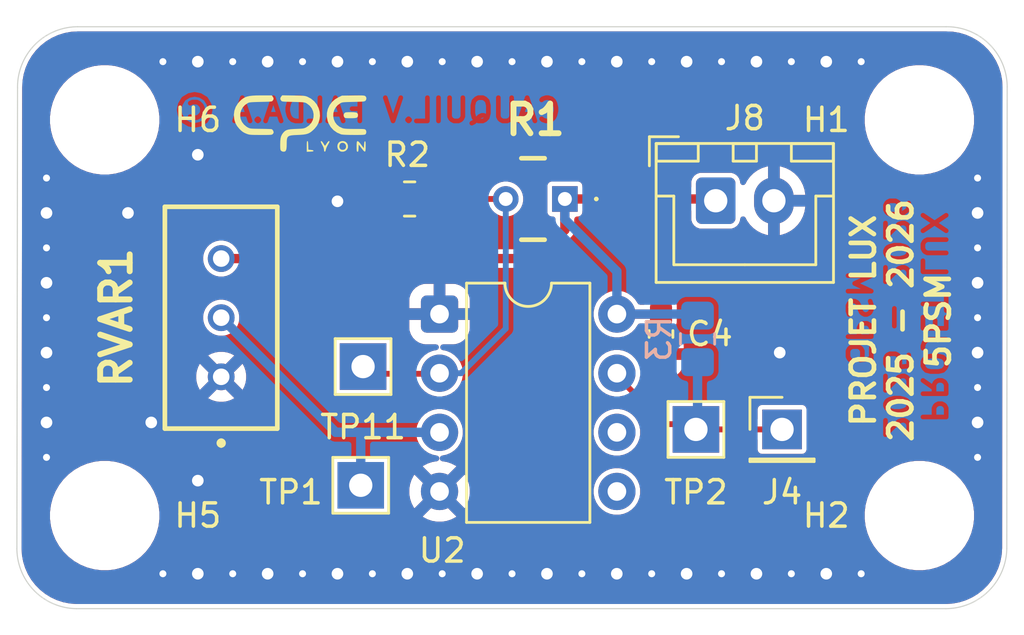
<source format=kicad_pcb>
(kicad_pcb (version 20241229) (generator "pcbnew") (generator_version "9.0")
  (layers (0 "F.Cu" signal) (2 "B.Cu" signal) (13 "F.Paste" user) (15 "B.Paste" user) (5 "F.SilkS" user "F.Silkscreen") (7 "B.SilkS" user "B.Silkscreen") (1 "F.Mask" user) (3 "B.Mask" user) (25 "Edge.Cuts" user))
  (net 0 "")
  (net 1 "GND")
  (net 2 "Vref")
  (net 3 "Vs")
  (net 4 "+5V")
  (net 5 "Vcap")
  (footprint "MountingHole:MountingHole_2.7mm_M2.5" (layer "F.Cu") (at 16.03 33.09 -90)
    (property "Reference" "H5" (at 0 -4 180) (layer "F.SilkS"))
    (property "Value" "MountingHole")
    (pad "" np_thru_hole circle (at 0 0 270) (size 2.7 2.7) (drill 2.7) (layers "*.Cu" "*.Mask"))
  )
  (footprint "Capacitor_SMD:C_0603_1608Metric_Pad1.08x0.95mm_HandSolder" (layer "F.Cu") (at 39.93 25.29 90)
    (property "Reference" "C4" (at 0 2.1 180) (layer "F.SilkS"))
    (property "Value" "100n")
    (fp_line (start -0.146267 -0.51) (end 0.146267 -0.51) (stroke (width 0.12)) (layer "F.SilkS"))
    (fp_line (start -0.146267 0.51) (end 0.146267 0.51) (stroke (width 0.12)) (layer "F.SilkS"))
    (pad "1" smd roundrect (at -0.8625 0 90) (size 1.075 0.95) (layers "F.Cu" "F.Mask" "F.Paste") (net 1 "GND"))
    (pad "2" smd roundrect (at 0.8625 0 90) (size 1.075 0.95) (layers "F.Cu" "F.Mask" "F.Paste") (net 4 "+5V"))
  )
  (footprint "Resistor_SMD:R_0805_2012Metric_Pad1.20x1.40mm_HandSolder" (layer "F.Cu") (at 29.13 19.49 180)
    (property "Reference" "R2" (at 0.1 1.9 0) (layer "F.SilkS"))
    (property "Value" "47k")
    (fp_line (start -0.227064 0.735) (end 0.227064 0.735) (stroke (width 0.12)) (layer "F.SilkS"))
    (fp_line (start -0.227064 -0.735) (end 0.227064 -0.735) (stroke (width 0.12)) (layer "F.SilkS"))
    (pad "1" smd roundrect (at -1 0 180) (size 1.2 1.4) (layers "F.Cu" "F.Mask" "F.Paste") (roundrect_rratio 0.208333) (net 5 "Vcap"))
    (pad "2" smd roundrect (at 1 0 180) (size 1.2 1.4) (layers "F.Cu" "F.Mask" "F.Paste") (roundrect_rratio 0.208333) (net 1 "GND"))
  )
  (footprint "LOGO" (layer "F.Cu") (at 24.43 16.21)
    (property "Reference" "G***" (hide yes))
    (property "Value" "LOGO" (hide yes))
    (fp_poly (pts (xy 0.324034 0.798857) (xy 0.333901 0.82782) (xy 0.340303 0.883896) (xy 0.344448 0.97347) (xy 0.34452 0.975767) (xy 0.350275 1.160913) (xy 0.460362 1.170921) (xy 0.528959 1.180689) (xy 0.563453 1.195477) (xy 0.570449 1.210953) (xy 0.561368 1.227555) (xy 0.529508 1.238238) (xy 0.467939 1.244718) (xy 0.425334 1.246857) (xy 0.28022 1.252738) (xy 0.28022 1.02168) (xy 0.281063 0.919959) (xy 0.284109 0.852141) (xy 0.290129 0.812123) (xy 0.299897 0.793804) (xy 0.309493 0.790622)) (fill yes) (layer "F.SilkS"))
    (fp_poly (pts (xy 2.28804 -0.448031) (xy 2.374329 -0.439605) (xy 2.431466 -0.422904) (xy 2.464796 -0.39575) (xy 2.479661 -0.355969) (xy 2.481954 -0.32222) (xy 2.477512 -0.271874) (xy 2.460472 -0.23599) (xy 2.425265 -0.212221) (xy 2.36632 -0.198224) (xy 2.278066 -0.191653) (xy 2.168232 -0.190151) (xy 2.063685 -0.190907) (xy 1.991644 -0.193847) (xy 1.944598 -0.199975) (xy 1.915038 -0.210295) (xy 1.895455 -0.225811) (xy 1.894591 -0.226754) (xy 1.865588 -0.285688) (xy 1.868153 -0.352314) (xy 1.901497 -0.410324) (xy 1.923518 -0.428004) (xy 1.95278 -0.439616) (xy 1.997449 -0.446393) (xy 2.065692 -0.449562) (xy 2.165676 -0.450355) (xy 2.167256 -0.450356)) (fill yes) (layer "F.SilkS"))
    (fp_poly (pts (xy 1.253706 0.796875) (xy 1.257574 0.818982) (xy 1.241062 0.861966) (xy 1.202844 0.930849) (xy 1.186661 0.957788) (xy 1.146877 1.032046) (xy 1.116027 1.105727) (xy 1.101594 1.158935) (xy 1.086378 1.218904) (xy 1.063307 1.246995) (xy 1.03576 1.239219) (xy 1.034564 1.238057) (xy 1.025378 1.210513) (xy 1.02085 1.160961) (xy 1.020752 1.152573) (xy 1.005503 1.07718) (xy 0.961433 0.98307) (xy 0.950697 0.964757) (xy 0.915038 0.901547) (xy 0.889823 0.849071) (xy 0.880693 0.819643) (xy 0.890145 0.791682) (xy 0.914818 0.794515) (xy 0.949191 0.824698) (xy 0.987739 0.878788) (xy 0.994629 0.89068) (xy 1.027158 0.944812) (xy 1.053068 0.981155) (xy 1.064122 0.990759) (xy 1.080884 0.9751) (xy 1.110693 0.934503) (xy 1.138996 0.8907) (xy 1.177011 0.836724) (xy 1.211797 0.800388) (xy 1.230784 0.790622)) (fill yes) (layer "F.SilkS"))
    (fp_poly (pts (xy 1.882655 0.796237) (xy 1.957914 0.831124) (xy 2.015406 0.889832) (xy 2.048677 0.967105) (xy 2.051275 1.05769) (xy 2.042916 1.094382) (xy 2.001584 1.168612) (xy 1.934656 1.221446) (xy 1.852618 1.248836) (xy 1.765951 1.246731) (xy 1.706171 1.224459) (xy 1.642227 1.168879) (xy 1.604694 1.094559) (xy 1.596513 1.033334) (xy 1.677986 1.033334) (xy 1.698688 1.103539) (xy 1.73609 1.145901) (xy 1.794174 1.168559) (xy 1.861962 1.166408) (xy 1.920329 1.141008) (xy 1.932421 1.129894) (xy 1.966047 1.06803) (xy 1.969274 1.000421) (xy 1.946401 0.937433) (xy 1.901727 0.889431) (xy 1.839553 0.866782) (xy 1.823064 0.866254) (xy 1.760944 0.874148) (xy 1.722395 0.900293) (xy 1.692343 0.955113) (xy 1.691424 0.95729) (xy 1.677986 1.033334) (xy 1.596513 1.033334) (xy 1.59361 1.011607) (xy 1.609014 0.930133) (xy 1.650943 0.860247) (xy 1.704641 0.818938) (xy 1.79608 0.790423)) (fill yes) (layer "F.SilkS"))
    (fp_poly (pts (xy 2.480221 0.797152) (xy 2.519803 0.827785) (xy 2.574407 0.889907) (xy 2.616584 0.944398) (xy 2.732151 1.098175) (xy 2.742159 0.949402) (xy 2.749503 0.869247) (xy 2.75939 0.822513) (xy 2.773598 0.802601) (xy 2.78219 0.80063) (xy 2.795636 0.806923) (xy 2.804487 0.830034) (xy 2.809609 0.876311) (xy 2.811869 0.952102) (xy 2.812214 1.020529) (xy 2.810334 1.13281) (xy 2.802826 1.206333) (xy 2.78689 1.242269) (xy 2.759723 1.241791) (xy 2.718524 1.206072) (xy 2.660491 1.136285) (xy 2.630151 1.096736) (xy 2.511978 0.94074) (xy 2.506132 1.095862) (xy 2.500506 1.182001) (xy 2.491025 1.232269) (xy 2.476862 1.250712) (xy 2.47444 1.250984) (xy 2.440726 1.241814) (xy 2.43525 1.23764) (xy 2.429162 1.212425) (xy 2.424952 1.158) (xy 2.422651 1.085143) (xy 2.42229 1.004634) (xy 2.423901 0.927251) (xy 2.427514 0.863774) (xy 2.43316 0.82498) (xy 2.434056 0.822282) (xy 2.452644 0.795991)) (fill yes) (layer "F.SilkS"))
    (fp_poly (pts (xy 2.629818 -1.168701) (xy 2.694319 -1.165762) (xy 2.739275 -1.160743) (xy 2.769801 -1.153396) (xy 2.791016 -1.143473) (xy 2.793271 -1.142037) (xy 2.832093 -1.095368) (xy 2.84322 -1.033843) (xy 2.826161 -0.971973) (xy 2.80016 -0.93884) (xy 2.783635 -0.926616) (xy 2.76091 -0.917071) (xy 2.726826 -0.909722) (xy 2.676224 -0.904087) (xy 2.603947 -0.899685) (xy 2.504837 -0.896033) (xy 2.373734 -0.892651) (xy 2.284754 -0.890702) (xy 2.133329 -0.887266) (xy 2.016312 -0.883807) (xy 1.928082 -0.879784) (xy 1.863021 -0.874654) (xy 1.815508 -0.867875) (xy 1.779922 -0.858907) (xy 1.750645 -0.847207) (xy 1.731363 -0.837355) (xy 1.609271 -0.751429) (xy 1.517518 -0.646105) (xy 1.45559 -0.526876) (xy 1.42297 -0.399237) (xy 1.419141 -0.268681) (xy 1.443589 -0.140701) (xy 1.495797 -0.020792) (xy 1.57525 0.085553) (xy 1.681431 0.172839) (xy 1.813824 0.235573) (xy 1.832676 0.241561) (xy 1.882886 0.252471) (xy 1.954097 0.260533) (xy 2.050981 0.266004) (xy 2.178215 0.269144) (xy 2.340471 0.270208) (xy 2.35193 0.270212) (xy 2.493894 0.270478) (xy 2.601218 0.271564) (xy 2.67929 0.273902) (xy 2.7335 0.277923) (xy 2.769237 0.284059) (xy 2.79189 0.29274) (xy 2.806849 0.304399) (xy 2.809112 0.306815) (xy 2.83641 0.36175) (xy 2.839174 0.426746) (xy 2.817735 0.483614) (xy 2.805634 0.497291) (xy 2.789602 0.507963) (xy 2.7648 0.516066) (xy 2.726181 0.521918) (xy 2.6687 0.525836) (xy 2.587309 0.528138) (xy 2.476964 0.52914) (xy 2.332616 0.529161) (xy 2.300236 0.529078) (xy 2.113876 0.527419) (xy 1.96613 0.523577) (xy 1.855634 0.517485) (xy 1.781026 0.509078) (xy 1.751379 0.502418) (xy 1.579789 0.428238) (xy 1.431561 0.323111) (xy 1.309981 0.190318) (xy 1.218338 0.033136) (xy 1.180429 -0.06716) (xy 1.144918 -0.244869) (xy 1.14734 -0.419948) (xy 1.185644 -0.58784) (xy 1.257779 -0.743986) (xy 1.361692 -0.883828) (xy 1.495333 -1.002808) (xy 1.640193 -1.088697) (xy 1.79141 -1.160915) (xy 2.267857 -1.167518) (xy 2.421704 -1.169331) (xy 2.540652 -1.169808)) (fill yes) (layer "F.SilkS"))
    (fp_poly (pts (xy -1.182383 -1.118184) (xy -1.146959 -1.056002) (xy -1.148182 -0.999801) (xy -1.179121 -0.947963) (xy -1.192169 -0.933077) (xy -1.207592 -0.92158) (xy -1.230509 -0.912903) (xy -1.266038 -0.906478) (xy -1.319294 -0.901736) (xy -1.395396 -0.898109) (xy -1.499461 -0.895027) (xy -1.636606 -0.891923) (xy -1.694527 -0.890702) (xy -1.850713 -0.887035) (xy -1.972197 -0.883092) (xy -2.064308 -0.878434) (xy -2.132376 -0.872619) (xy -2.18173 -0.865208) (xy -2.217699 -0.855758) (xy -2.242542 -0.845392) (xy -2.371501 -0.760595) (xy -2.47153 -0.651961) (xy -2.540219 -0.524881) (xy -2.575155 -0.38475) (xy -2.573928 -0.236958) (xy -2.554855 -0.146936) (xy -2.501781 -0.028881) (xy -2.417465 0.080828) (xy -2.310647 0.171931) (xy -2.254242 0.205885) (xy -2.219676 0.223473) (xy -2.187777 0.236823) (xy -2.152443 0.246607) (xy -2.10757 0.253493) (xy -2.047055 0.258151) (xy -1.964794 0.261251) (xy -1.854683 0.263463) (xy -1.711348 0.265446) (xy -1.580294 0.267515) (xy -1.460918 0.270112) (xy -1.359676 0.273038) (xy -1.283021 0.276096) (xy -1.237408 0.279088) (xy -1.229397 0.2802) (xy -1.190291 0.305907) (xy -1.157538 0.355283) (xy -1.141289 0.412148) (xy -1.140899 0.421272) (xy -1.154118 0.456039) (xy -1.18093 0.490385) (xy -1.195615 0.503041) (xy -1.214529 0.512693) (xy -1.242827 0.519731) (xy -1.285661 0.524545) (xy -1.348185 0.527524) (xy -1.435554 0.529059) (xy -1.552921 0.529539) (xy -1.696336 0.529374) (xy -1.84847 0.528811) (xy -1.966661 0.527561) (xy -2.056997 0.525149) (xy -2.125565 0.521104) (xy -2.178455 0.514953) (xy -2.221753 0.506225) (xy -2.261547 0.494448) (xy -2.293503 0.483051) (xy -2.391862 0.441862) (xy -2.471788 0.395372) (xy -2.547148 0.334056) (xy -2.625832 0.254798) (xy -2.716125 0.143816) (xy -2.779574 0.028137) (xy -2.8237 -0.107021) (xy -2.834768 -0.155845) (xy -2.852058 -0.333423) (xy -2.830826 -0.507585) (xy -2.772556 -0.673492) (xy -2.678731 -0.826306) (xy -2.602487 -0.913224) (xy -2.525496 -0.985494) (xy -2.450499 -1.043179) (xy -2.371754 -1.087848) (xy -2.283523 -1.121066) (xy -2.180067 -1.144401) (xy -2.055647 -1.159419) (xy -1.904523 -1.167688) (xy -1.720955 -1.170774) (xy -1.658556 -1.170923) (xy -1.223867 -1.170923)) (fill yes) (layer "F.SilkS"))
    (fp_poly (pts (xy -0.292572 -1.166719) (xy -0.138936 -1.164164) (xy -0.01938 -1.161354) (xy 0.072049 -1.15776) (xy 0.141302 -1.152855) (xy 0.194329 -1.14611) (xy 0.237083 -1.136998) (xy 0.275516 -1.124991) (xy 0.305282 -1.113689) (xy 0.464149 -1.030378) (xy 0.599518 -0.918753) (xy 0.708546 -0.783999) (xy 0.788388 -0.631302) (xy 0.836202 -0.465846) (xy 0.849144 -0.29282) (xy 0.832448 -0.152282) (xy 0.787069 0.002944) (xy 0.717341 0.137111) (xy 0.616872 0.261383) (xy 0.567854 0.30969) (xy 0.489072 0.37872) (xy 0.414739 0.431088) (xy 0.337081 0.469313) (xy 0.248326 0.495916) (xy 0.140701 0.513417) (xy 0.006433 0.524336) (xy -0.110087 0.529502) (xy -0.25907 0.536027) (xy -0.372777 0.546356) (xy -0.455961 0.564346) (xy -0.513377 0.593859) (xy -0.54978 0.638752) (xy -0.569924 0.702887) (xy -0.578564 0.790122) (xy -0.580455 0.904318) (xy -0.580457 0.911328) (xy -0.583077 1.033706) (xy -0.591773 1.122334) (xy -0.607802 1.183203) (xy -0.632422 1.222302) (xy -0.648505 1.235666) (xy -0.701306 1.250513) (xy -0.764353 1.242336) (xy -0.817397 1.214043) (xy -0.820647 1.210953) (xy -0.83795 1.189533) (xy -0.849457 1.161162) (xy -0.856314 1.117923) (xy -0.859667 1.051898) (xy -0.860661 0.955169) (xy -0.860678 0.934298) (xy -0.857111 0.79063) (xy -0.844996 0.677987) (xy -0.822211 0.587877) (xy -0.786637 0.511814) (xy -0.738089 0.443648) (xy -0.68896 0.389295) (xy -0.638764 0.348228) (xy -0.580704 0.318326) (xy -0.507984 0.297469) (xy -0.413808 0.283536) (xy -0.291378 0.274406) (xy -0.180142 0.269551) (xy -0.055552 0.264601) (xy 0.036707 0.259402) (xy 0.104321 0.252803) (xy 0.154982 0.243653) (xy 0.196376 0.230802) (xy 0.236194 0.213099) (xy 0.252665 0.20478) (xy 0.377688 0.120551) (xy 0.472341 0.015906) (xy 0.536685 -0.103561) (xy 0.570784 -0.232259) (xy 0.574699 -0.364595) (xy 0.548493 -0.494977) (xy 0.492227 -0.617813) (xy 0.405965 -0.72751) (xy 0.289769 -0.818477) (xy 0.240965 -0.845392) (xy 0.212374 -0.857002) (xy 0.175095 -0.866186) (xy 0.123797 -0.873385) (xy 0.053152 -0.879039) (xy -0.04217 -0.883589) (xy -0.167498 -0.887476) (xy -0.30705 -0.890702) (xy -0.457238 -0.893952) (xy -0.57252 -0.896976) (xy -0.658014 -0.900343) (xy -0.718835 -0.904622) (xy -0.760102 -0.910382) (xy -0.786932 -0.91819) (xy -0.804443 -0.928615) (xy -0.817751 -0.942227) (xy -0.822455 -0.947963) (xy -0.855419 -1.006322) (xy -0.852423 -1.06226) (xy -0.817985 -1.119721) (xy -0.775293 -1.173996)) (fill yes) (layer "F.SilkS"))
  )
  (footprint "Package_DIP:DIP-8_W7.62mm" (layer "F.Cu") (at 30.415 24.435)
    (property "Reference" "U2" (at 0.115 10.155 0) (layer "F.SilkS"))
    (property "Value" "LM311")
    (fp_line (start 1.16 -1.33) (end 1.16 8.95) (stroke (width 0.12)) (layer "F.SilkS"))
    (fp_line (start 1.16 8.95) (end 6.46 8.95) (stroke (width 0.12)) (layer "F.SilkS"))
    (fp_line (start 2.81 -1.33) (end 1.16 -1.33) (stroke (width 0.12)) (layer "F.SilkS"))
    (fp_line (start 6.46 -1.33) (end 4.81 -1.33) (stroke (width 0.12)) (layer "F.SilkS"))
    (fp_line (start 6.46 8.95) (end 6.46 -1.33) (stroke (width 0.12)) (layer "F.SilkS"))
    (fp_arc (start 4.81 -1.33) (mid 3.81 -0.33) (end 2.81 -1.33) (stroke (width 0.12)) (layer "F.SilkS"))
    (pad "1" thru_hole roundrect (at 0 0) (size 1.6 1.6) (drill 0.8) (layers "*.Cu" "*.Mask") (roundrect_rratio 0.15625) (net 1 "GND"))
    (pad "2" thru_hole circle (at 0 2.54) (size 1.6 1.6) (drill 0.8) (layers "*.Cu" "*.Mask") (net 5 "Vcap"))
    (pad "3" thru_hole circle (at 0 5.08) (size 1.6 1.6) (drill 0.8) (layers "*.Cu" "*.Mask") (net 2 "Vref"))
    (pad "4" thru_hole circle (at 0 7.62) (size 1.6 1.6) (drill 0.8) (layers "*.Cu" "*.Mask") (net 1 "GND"))
    (pad "5" thru_hole circle (at 7.62 7.62) (size 1.6 1.6) (drill 0.8) (layers "*.Cu" "*.Mask"))
    (pad "6" thru_hole circle (at 7.62 5.08) (size 1.6 1.6) (drill 0.8) (layers "*.Cu" "*.Mask"))
    (pad "7" thru_hole circle (at 7.62 2.54) (size 1.6 1.6) (drill 0.8) (layers "*.Cu" "*.Mask") (net 3 "Vs"))
    (pad "8" thru_hole circle (at 7.62 0) (size 1.6 1.6) (drill 0.8) (layers "*.Cu" "*.Mask") (net 4 "+5V"))
  )
  (footprint "TestPoint:TestPoint_THTPad_2.0x2.0mm_Drill1.0mm" (layer "F.Cu") (at 41.43 29.39)
    (property "Reference" "TP2" (at 0 2.7 0) (layer "F.SilkS"))
    (property "Value" "TestPoint")
    (fp_line (start -1.2 -1.2) (end 1.2 -1.2) (stroke (width 0.12)) (layer "F.SilkS"))
    (fp_line (start -1.2 1.2) (end -1.2 -1.2) (stroke (width 0.12)) (layer "F.SilkS"))
    (fp_line (start 1.2 -1.2) (end 1.2 1.2) (stroke (width 0.12)) (layer "F.SilkS"))
    (fp_line (start 1.2 1.2) (end -1.2 1.2) (stroke (width 0.12)) (layer "F.SilkS"))
    (pad "1" thru_hole rect (at 0 0) (size 2 2) (drill 1) (layers "*.Cu" "*.Mask") (net 3 "Vs"))
  )
  (footprint "Connector_PinHeader_2.54mm:PinHeader_1x01_P2.54mm_Vertical" (layer "F.Cu") (at 45.13 29.39)
    (property "Reference" "J4" (at 0 2.7 0) (layer "F.SilkS"))
    (property "Value" "Conn_01x01_Pin")
    (fp_line (start -1.38 -1.38) (end 0 -1.38) (stroke (width 0.12)) (layer "F.SilkS"))
    (fp_line (start -1.38 0) (end -1.38 -1.38) (stroke (width 0.12)) (layer "F.SilkS"))
    (fp_line (start -1.38 1.27) (end -1.38 1.38) (stroke (width 0.12)) (layer "F.SilkS"))
    (fp_line (start -1.38 1.27) (end 1.38 1.27) (stroke (width 0.12)) (layer "F.SilkS"))
    (fp_line (start -1.38 1.38) (end 1.38 1.38) (stroke (width 0.12)) (layer "F.SilkS"))
    (fp_line (start 1.38 1.27) (end 1.38 1.38) (stroke (width 0.12)) (layer "F.SilkS"))
    (pad "1" thru_hole rect (at 0 0) (size 1.7 1.7) (drill 1) (layers "*.Cu" "*.Mask") (net 3 "Vs"))
  )
  (footprint "Custom-Vincent:NSL19M51" (layer "F.Cu") (at 35.8 19.49 180)
    (property "Reference" "R1" (at 1.27 3.4 0) (layer "F.SilkS") (effects (font (size 1.27 1.27) (thickness 0.254))))
    (property "Value" "R_Photo" (hide yes))
    (fp_line (start 0.87 1.75) (end 1.87 1.75) (stroke (width 0.2)) (layer "F.SilkS"))
    (fp_line (start 0.87 -1.75) (end 1.87 -1.75) (stroke (width 0.2)) (layer "F.SilkS"))
    (fp_line (start -1.3 0) (end -1.3 0) (stroke (width 0.1)) (layer "F.SilkS"))
    (fp_line (start -1.4 0) (end -1.4 0) (stroke (width 0.1)) (layer "F.SilkS"))
    (fp_arc (start -1.3 0) (mid -1.35 0.05) (end -1.4 0) (stroke (width 0.1)) (layer "F.SilkS"))
    (fp_arc (start -1.4 0) (mid -1.35 -0.05) (end -1.3 0) (stroke (width 0.1)) (layer "F.SilkS"))
    (pad "1" thru_hole rect (at 0 0 180) (size 1.1 1.1) (drill 0.6) (layers "*.Cu" "*.Mask") (net 4 "+5V"))
    (pad "2" thru_hole circle (at 2.54 0 180) (size 1.1 1.1) (drill 0.6) (layers "*.Cu" "*.Mask") (net 5 "Vcap"))
  )
  (footprint "Connector_JST:JST_XH_B2B-XH-A_1x02_P2.50mm_Vertical" (layer "F.Cu") (at 42.28 19.565)
    (property "Reference" "J8" (at 1.25 -3.55 0) (layer "F.SilkS"))
    (property "Value" "Conn_01x02")
    (fp_line (start -2.85 -2.75) (end -2.85 -1.5) (stroke (width 0.12)) (layer "F.SilkS"))
    (fp_line (start -2.56 -2.46) (end -2.56 3.51) (stroke (width 0.12)) (layer "F.SilkS"))
    (fp_line (start -2.56 3.51) (end 5.06 3.51) (stroke (width 0.12)) (layer "F.SilkS"))
    (fp_line (start -2.55 -2.45) (end -2.55 -1.7) (stroke (width 0.12)) (layer "F.SilkS"))
    (fp_line (start -2.55 -1.7) (end -0.75 -1.7) (stroke (width 0.12)) (layer "F.SilkS"))
    (fp_line (start -2.55 -0.2) (end -1.8 -0.2) (stroke (width 0.12)) (layer "F.SilkS"))
    (fp_line (start -1.8 -0.2) (end -1.8 2.75) (stroke (width 0.12)) (layer "F.SilkS"))
    (fp_line (start -1.8 2.75) (end 1.25 2.75) (stroke (width 0.12)) (layer "F.SilkS"))
    (fp_line (start -1.6 -2.75) (end -2.85 -2.75) (stroke (width 0.12)) (layer "F.SilkS"))
    (fp_line (start -0.75 -2.45) (end -2.55 -2.45) (stroke (width 0.12)) (layer "F.SilkS"))
    (fp_line (start -0.75 -1.7) (end -0.75 -2.45) (stroke (width 0.12)) (layer "F.SilkS"))
    (fp_line (start 0.75 -2.45) (end 0.75 -1.7) (stroke (width 0.12)) (layer "F.SilkS"))
    (fp_line (start 0.75 -1.7) (end 1.75 -1.7) (stroke (width 0.12)) (layer "F.SilkS"))
    (fp_line (start 1.75 -2.45) (end 0.75 -2.45) (stroke (width 0.12)) (layer "F.SilkS"))
    (fp_line (start 1.75 -1.7) (end 1.75 -2.45) (stroke (width 0.12)) (layer "F.SilkS"))
    (fp_line (start 3.25 -2.45) (end 3.25 -1.7) (stroke (width 0.12)) (layer "F.SilkS"))
    (fp_line (start 3.25 -1.7) (end 5.05 -1.7) (stroke (width 0.12)) (layer "F.SilkS"))
    (fp_line (start 4.3 -0.2) (end 4.3 2.75) (stroke (width 0.12)) (layer "F.SilkS"))
    (fp_line (start 4.3 2.75) (end 1.25 2.75) (stroke (width 0.12)) (layer "F.SilkS"))
    (fp_line (start 5.05 -2.45) (end 3.25 -2.45) (stroke (width 0.12)) (layer "F.SilkS"))
    (fp_line (start 5.05 -1.7) (end 5.05 -2.45) (stroke (width 0.12)) (layer "F.SilkS"))
    (fp_line (start 5.05 -0.2) (end 4.3 -0.2) (stroke (width 0.12)) (layer "F.SilkS"))
    (fp_line (start 5.06 -2.46) (end -2.56 -2.46) (stroke (width 0.12)) (layer "F.SilkS"))
    (fp_line (start 5.06 3.51) (end 5.06 -2.46) (stroke (width 0.12)) (layer "F.SilkS"))
    (pad "1" thru_hole roundrect (at 0 0) (size 1.7 2) (drill 1) (layers "*.Cu" "*.Mask") (roundrect_rratio 0.147059) (net 4 "+5V"))
    (pad "2" thru_hole oval (at 2.5 0) (size 1.7 2) (drill 1) (layers "*.Cu" "*.Mask") (net 1 "GND"))
  )
  (footprint "MountingHole:MountingHole_2.7mm_M2.5" (layer "F.Cu") (at 16.03 16.09 -90)
    (property "Reference" "H6" (at 0 -4 180) (layer "F.SilkS"))
    (property "Value" "MountingHole")
    (pad "" np_thru_hole circle (at 0 0 270) (size 2.7 2.7) (drill 2.7) (layers "*.Cu" "*.Mask"))
  )
  (footprint "MountingHole:MountingHole_2.7mm_M2.5" (layer "F.Cu") (at 51.03 33.09 90)
    (property "Reference" "H2" (at 0 -4 180) (layer "F.SilkS"))
    (property "Value" "MountingHole")
    (pad "" np_thru_hole circle (at 0 0 90) (size 2.7 2.7) (drill 2.7) (layers "*.Cu" "*.Mask"))
  )
  (footprint "MountingHole:MountingHole_2.7mm_M2.5" (layer "F.Cu") (at 51.03 16.09 90)
    (property "Reference" "H1" (at 0 -4 180) (layer "F.SilkS"))
    (property "Value" "MountingHole")
    (pad "" np_thru_hole circle (at 0 0 90) (size 2.7 2.7) (drill 2.7) (layers "*.Cu" "*.Mask"))
  )
  (footprint "TestPoint:TestPoint_THTPad_2.0x2.0mm_Drill1.0mm" (layer "F.Cu") (at 27.13 26.69 180)
    (property "Reference" "TP11" (at 0 -2.6 0) (layer "F.SilkS"))
    (property "Value" "TestPoint")
    (fp_line (start 1.2 1.2) (end -1.2 1.2) (stroke (width 0.12)) (layer "F.SilkS"))
    (fp_line (start 1.2 -1.2) (end 1.2 1.2) (stroke (width 0.12)) (layer "F.SilkS"))
    (fp_line (start -1.2 1.2) (end -1.2 -1.2) (stroke (width 0.12)) (layer "F.SilkS"))
    (fp_line (start -1.2 -1.2) (end 1.2 -1.2) (stroke (width 0.12)) (layer "F.SilkS"))
    (pad "1" thru_hole rect (at 0 0 180) (size 2 2) (drill 1) (layers "*.Cu" "*.Mask") (net 5 "Vcap"))
  )
  (footprint "TestPoint:TestPoint_THTPad_2.0x2.0mm_Drill1.0mm" (layer "F.Cu") (at 27.03 31.79 180)
    (property "Reference" "TP1" (at 3 -0.3 0) (layer "F.SilkS"))
    (property "Value" "TestPoint")
    (fp_line (start 1.2 1.2) (end -1.2 1.2) (stroke (width 0.12)) (layer "F.SilkS"))
    (fp_line (start 1.2 -1.2) (end 1.2 1.2) (stroke (width 0.12)) (layer "F.SilkS"))
    (fp_line (start -1.2 1.2) (end -1.2 -1.2) (stroke (width 0.12)) (layer "F.SilkS"))
    (fp_line (start -1.2 -1.2) (end 1.2 -1.2) (stroke (width 0.12)) (layer "F.SilkS"))
    (pad "1" thru_hole rect (at 0 0 180) (size 2 2) (drill 1) (layers "*.Cu" "*.Mask") (net 2 "Vref"))
  )
  (footprint "Custom-Vincent:3296W1503LF" (layer "F.Cu") (at 21.035 27.13 -90)
    (property "Reference" "RVAR1" (at -2.54 4.505 90) (layer "F.SilkS") (effects (font (size 1.27 1.27) (thickness 0.254))))
    (property "Value" "3296W-1-502LF" (hide yes))
    (fp_line (start -7.305 2.42) (end 2.225 2.42) (stroke (width 0.2)) (layer "F.SilkS"))
    (fp_line (start 2.225 2.42) (end 2.225 -2.41) (stroke (width 0.2)) (layer "F.SilkS"))
    (fp_line (start 2.746 0) (end 2.746 0) (stroke (width 0.2)) (layer "F.SilkS"))
    (fp_line (start 2.946 0) (end 2.946 0) (stroke (width 0.2)) (layer "F.SilkS"))
    (fp_line (start -7.305 -2.41) (end -7.305 2.42) (stroke (width 0.2)) (layer "F.SilkS"))
    (fp_line (start 2.225 -2.41) (end -7.305 -2.41) (stroke (width 0.2)) (layer "F.SilkS"))
    (fp_arc (start 2.746 0) (mid 2.846 -0.1) (end 2.946 0) (stroke (width 0.2)) (layer "F.SilkS"))
    (fp_arc (start 2.946 0) (mid 2.846 0.1) (end 2.746 0) (stroke (width 0.2)) (layer "F.SilkS"))
    (pad "1" thru_hole circle (at 0 0 270) (size 1.15 1.15) (drill 0.71) (layers "*.Cu" "*.Mask") (net 1 "GND"))
    (pad "2" thru_hole circle (at -2.54 0 270) (size 1.15 1.15) (drill 0.71) (layers "*.Cu" "*.Mask") (net 2 "Vref"))
    (pad "3" thru_hole circle (at -5.08 0 270) (size 1.15 1.15) (drill 0.71) (layers "*.Cu" "*.Mask") (net 4 "+5V"))
  )
  (footprint "Resistor_SMD:R_0805_2012Metric_Pad1.20x1.40mm_HandSolder" (layer "B.Cu") (at 41.5 25.5 -90)
    (property "Reference" "R3" (at 0 1.65 90) (layer "B.SilkS") (effects (justify mirror)))
    (property "Value" "10k")
    (fp_line (start -0.227064 0.735) (end 0.227064 0.735) (stroke (width 0.12)) (layer "B.SilkS"))
    (fp_line (start -0.227064 -0.735) (end 0.227064 -0.735) (stroke (width 0.12)) (layer "B.SilkS"))
    (pad "1" smd roundrect (at -1 0 270) (size 1.2 1.4) (layers "B.Cu" "B.Mask" "B.Paste") (roundrect_rratio 0.208333) (net 4 "+5V"))
    (pad "2" smd roundrect (at 1 0 270) (size 1.2 1.4) (layers "B.Cu" "B.Mask" "B.Paste") (roundrect_rratio 0.208333) (net 3 "Vs"))
  )
  (gr_arc (start 52.180159 12.09) (mid 54.03 12.834852) (end 54.802347 14.673383) (stroke (width 0.05)) (layer "Edge.Cuts"))
  (gr_line (start 52.180158 12.09) (end 14.868532 12.09) (stroke (width 0.05)) (layer "Edge.Cuts"))
  (gr_arc (start 14.815816 37.09) (mid 13.007334 36.322541) (end 12.257651 34.506618) (stroke (width 0.05)) (layer "Edge.Cuts"))
  (gr_arc (start 12.285149 14.712189) (mid 13.03 12.862347) (end 14.868532 12.09) (stroke (width 0.05)) (layer "Edge.Cuts"))
  (gr_line (start 52.165492 37.09) (end 14.815816 37.09) (stroke (width 0.05)) (layer "Edge.Cuts"))
  (gr_arc (start 54.785647 34.495124) (mid 54.007441 36.329614) (end 52.165492 37.089998) (stroke (width 0.05)) (layer "Edge.Cuts"))
  (gr_line (start 54.785648 34.495124) (end 54.802347 14.68) (stroke (width 0.05)) (layer "Edge.Cuts"))
  (gr_line (start 12.28515 14.712189) (end 12.257652 34.516094) (stroke (width 0.05)) (layer "Edge.Cuts"))
  (gr_text "PROJET LUX\n2025 - 2026\n5PSM" (at 47.83 24.57 270) (layer "B.Cu" knockout) (effects (font (size 1 1) (thickness 0.2) (bold yes)) (justify bottom mirror)))
  (gr_text "CAUQUIL.V FALDA.A ©" (at 35.74 16.27 0) (layer "B.Cu" knockout) (effects (font (size 1 1) (thickness 0.2) (bold yes)) (justify left bottom mirror)))
  (gr_text "PROJET LUX\n2025 - 2026\n5PSM" (at 52.43 24.71 90) (layer "F.SilkS") (effects (font (size 1 1) (thickness 0.2) (bold yes)) (justify bottom)))
  (via (at 24.53 35.59) (size 0.6) (drill 0.3) (layers "F.Cu" "B.Cu") (net 1))
  (via (at 53.53 24.59) (size 0.6) (drill 0.3) (layers "F.Cu" "B.Cu") (net 1))
  (via (at 53.53 18.59) (size 0.6) (drill 0.3) (layers "F.Cu" "B.Cu") (net 1))
  (via (at 45.53 13.59) (size 0.6) (drill 0.3) (layers "F.Cu" "B.Cu") (net 1))
  (via (at 53.53 27.59) (size 0.6) (drill 0.3) (layers "F.Cu" "B.Cu") (net 1))
  (via (at 39.53 35.59) (size 0.6) (drill 0.3) (layers "F.Cu" "B.Cu") (net 1))
  (via (at 30.53 35.59) (size 0.6) (drill 0.3) (layers "F.Cu" "B.Cu") (net 1))
  (via (at 53.53 26.09) (size 1.2) (drill 0.5) (layers "F.Cu" "B.Cu") (net 1))
  (via (at 20.03 17.59) (size 1.2) (drill 0.5) (layers "F.Cu" "B.Cu") (net 1))
  (via (at 24.53 13.59) (size 0.6) (drill 0.3) (layers "F.Cu" "B.Cu") (net 1))
  (via (at 26.03 13.59) (size 1.2) (drill 0.5) (layers "F.Cu" "B.Cu") (net 1))
  (via (at 47.03 35.59) (size 1.2) (drill 0.5) (layers "F.Cu" "B.Cu") (net 1))
  (via (at 20.03 31.59) (size 1.2) (drill 0.5) (layers "F.Cu" "B.Cu") (net 1))
  (via (at 21.53 13.59) (size 0.6) (drill 0.3) (layers "F.Cu" "B.Cu") (net 1))
  (via (at 13.53 29.09) (size 1.2) (drill 0.5) (layers "F.Cu" "B.Cu") (net 1))
  (via (at 26.03 19.59) (size 1.2) (drill 0.5) (layers "F.Cu" "B.Cu") (net 1))
  (via (at 41.03 13.59) (size 1.2) (drill 0.5) (layers "F.Cu" "B.Cu") (net 1))
  (via (at 23.03 13.59) (size 1.2) (drill 0.5) (layers "F.Cu" "B.Cu") (net 1))
  (via (at 13.53 26.09) (size 1.2) (drill 0.5) (layers "F.Cu" "B.Cu") (net 1))
  (via (at 32.03 13.59) (size 1.2) (drill 0.5) (layers "F.Cu" "B.Cu") (net 1))
  (via (at 33.53 35.59) (size 0.6) (drill 0.3) (layers "F.Cu" "B.Cu") (net 1))
  (via (at 39.53 13.59) (size 0.6) (drill 0.3) (layers "F.Cu" "B.Cu") (net 1))
  (via (at 48.53 35.59) (size 0.6) (drill 0.3) (layers "F.Cu" "B.Cu") (net 1))
  (via (at 13.53 20.09) (size 1.2) (drill 0.5) (layers "F.Cu" "B.Cu") (net 1))
  (via (at 29.03 13.59) (size 1.2) (drill 0.5) (layers "F.Cu" "B.Cu") (net 1))
  (via (at 53.53 23.09) (size 1.2) (drill 0.5) (layers "F.Cu" "B.Cu") (net 1))
  (via (at 13.53 23.09) (size 1.2) (drill 0.5) (layers "F.Cu" "B.Cu") (net 1))
  (via (at 36.53 35.59) (size 0.6) (drill 0.3) (layers "F.Cu" "B.Cu") (net 1))
  (via (at 53.53 30.59) (size 0.6) (drill 0.3) (layers "F.Cu" "B.Cu") (net 1))
  (via (at 13.53 30.59) (size 0.6) (drill 0.3) (layers "F.Cu" "B.Cu") (net 1))
  (via (at 47.03 13.59) (size 1.2) (drill 0.5) (layers "F.Cu" "B.Cu") (net 1))
  (via (at 17.03 20.09) (size 1.2) (drill 0.5) (layers "F.Cu" "B.Cu") (net 1))
  (via (at 18.03 29.09) (size 1.2) (drill 0.5) (layers "F.Cu" "B.Cu") (net 1))
  (via (at 20.03 35.59) (size 1.2) (drill 0.5) (layers "F.Cu" "B.Cu") (net 1))
  (via (at 18.53 13.59) (size 0.6) (drill 0.3) (layers "F.Cu" "B.Cu") (net 1))
  (via (at 32.03 35.59) (size 1.2) (drill 0.5) (layers "F.Cu" "B.Cu") (net 1))
  (via (at 21.53 35.59) (size 0.6) (drill 0.3) (layers "F.Cu" "B.Cu") (net 1))
  (via (at 38.03 13.59) (size 1.2) (drill 0.5) (layers "F.Cu" "B.Cu") (net 1))
  (via (at 35.03 35.59) (size 1.2) (drill 0.5) (layers "F.Cu" "B.Cu") (net 1))
  (via (at 41.03 35.59) (size 1.2) (drill 0.5) (layers "F.Cu" "B.Cu") (net 1))
  (via (at 27.53 35.59) (size 0.6) (drill 0.3) (layers "F.Cu" "B.Cu") (net 1))
  (via (at 53.53 29.09) (size 1.2) (drill 0.5) (layers "F.Cu" "B.Cu") (net 1))
  (via (at 20.03 13.59) (size 1.2) (drill 0.5) (layers "F.Cu" "B.Cu") (net 1))
  (via (at 33.53 13.59) (size 0.6) (drill 0.3) (layers "F.Cu" "B.Cu") (net 1))
  (via (at 23.03 35.59) (size 1.2) (drill 0.5) (layers "F.Cu" "B.Cu") (net 1))
  (via (at 27.53 13.59) (size 0.6) (drill 0.3) (layers "F.Cu" "B.Cu") (net 1))
  (via (at 35.03 13.59) (size 1.2) (drill 0.5) (layers "F.Cu" "B.Cu") (net 1))
  (via (at 45.03 26.09) (size 1.2) (drill 0.5) (layers "F.Cu" "B.Cu") (net 1))
  (via (at 13.53 21.59) (size 0.6) (drill 0.3) (layers "F.Cu" "B.Cu") (net 1))
  (via (at 53.53 21.59) (size 0.6) (drill 0.3) (layers "F.Cu" "B.Cu") (net 1))
  (via (at 45.53 35.59) (size 0.6) (drill 0.3) (layers "F.Cu" "B.Cu") (net 1))
  (via (at 48.53 13.59) (size 0.6) (drill 0.3) (layers "F.Cu" "B.Cu") (net 1))
  (via (at 30.53 13.59) (size 0.6) (drill 0.3) (layers "F.Cu" "B.Cu") (net 1))
  (via (at 42.53 35.59) (size 0.6) (drill 0.3) (layers "F.Cu" "B.Cu") (net 1))
  (via (at 53.53 20.09) (size 1.2) (drill 0.5) (layers "F.Cu" "B.Cu") (net 1))
  (via (at 13.53 27.59) (size 0.6) (drill 0.3) (layers "F.Cu" "B.Cu") (net 1))
  (via (at 13.53 24.59) (size 0.6) (drill 0.3) (layers "F.Cu" "B.Cu") (net 1))
  (via (at 44.03 35.59) (size 1.2) (drill 0.5) (layers "F.Cu" "B.Cu") (net 1))
  (via (at 18.53 35.59) (size 0.6) (drill 0.3) (layers "F.Cu" "B.Cu") (net 1))
  (via (at 42.53 13.59) (size 0.6) (drill 0.3) (layers "F.Cu" "B.Cu") (net 1))
  (via (at 44.03 13.59) (size 1.2) (drill 0.5) (layers "F.Cu" "B.Cu") (net 1))
  (via (at 29.03 35.59) (size 1.2) (drill 0.5) (layers "F.Cu" "B.Cu") (net 1))
  (via (at 26.03 35.59) (size 1.2) (drill 0.5) (layers "F.Cu" "B.Cu") (net 1))
  (via (at 13.53 18.59) (size 0.6) (drill 0.3) (layers "F.Cu" "B.Cu") (net 1))
  (via (at 36.53 13.59) (size 0.6) (drill 0.3) (layers "F.Cu" "B.Cu") (net 1))
  (via (at 38.03 35.59) (size 1.2) (drill 0.5) (layers "F.Cu" "B.Cu") (net 1))
  (segment (start 30.415 29.515) (end 25.96 29.515) (width 0.4) (layer "B.Cu") (net 2))
  (segment (start 21.035 24.59) (end 25.96 29.515) (width 0.4) (layer "B.Cu") (net 2))
  (segment (start 27.03 29.515) (end 27.03 31.79) (width 0.4) (layer "B.Cu") (net 2))
  (segment (start 25.96 29.515) (end 27.03 29.515) (width 0.4) (layer "B.Cu") (net 2))
  (segment (start 38.035 27.095) (end 38.035 26.975) (width 0.25) (layer "F.Cu") (net 3))
  (segment (start 40.1033 29.1633) (end 38.035 27.095) (width 0.25) (layer "F.Cu") (net 3))
  (segment (start 45.13 29.39) (end 41.43 29.39) (width 0.25) (layer "F.Cu") (net 3))
  (segment (start 41.43 29.39) (end 41.2033 29.1633) (width 0.25) (layer "F.Cu") (net 3))
  (segment (start 41.2033 29.1633) (end 40.1033 29.1633) (width 0.25) (layer "F.Cu") (net 3))
  (segment (start 41.5 29.32) (end 41.43 29.39) (width 0.4) (layer "B.Cu") (net 3))
  (segment (start 41.5 26.5) (end 41.5 29.32) (width 0.4) (layer "B.Cu") (net 3))
  (segment (start 39.9225 24.435) (end 39.93 24.4275) (width 0.4) (layer "F.Cu") (net 4))
  (segment (start 35.8 20.82) (end 35.8 19.49) (width 0.4) (layer "F.Cu") (net 4))
  (segment (start 34.57 22.05) (end 35.8 20.82) (width 0.4) (layer "F.Cu") (net 4))
  (segment (start 42.205 19.49) (end 35.8 19.49) (width 0.4) (layer "F.Cu") (net 4))
  (segment (start 21.035 22.05) (end 34.57 22.05) (width 0.4) (layer "F.Cu") (net 4))
  (segment (start 42.28 19.565) (end 42.205 19.49) (width 0.4) (layer "F.Cu") (net 4))
  (segment (start 42.28 19.34) (end 42.28 19.565) (width 0.4) (layer "F.Cu") (net 4))
  (segment (start 42.03 19.09) (end 42.28 19.34) (width 0.4) (layer "F.Cu") (net 4))
  (segment (start 38.035 24.435) (end 39.9225 24.435) (width 0.4) (layer "F.Cu") (net 4))
  (segment (start 38.035 22.6017) (end 38.035 24.435) (width 0.4) (layer "B.Cu") (net 4))
  (segment (start 35.8 20.3667) (end 38.035 22.6017) (width 0.4) (layer "B.Cu") (net 4))
  (segment (start 38.035 24.435) (end 41.435 24.435) (width 0.4) (layer "B.Cu") (net 4))
  (segment (start 35.8 19.49) (end 35.8 20.3667) (width 0.4) (layer "B.Cu") (net 4))
  (segment (start 41.435 24.435) (end 41.5 24.5) (width 0.4) (layer "B.Cu") (net 4))
  (segment (start 30.39 27) (end 30.415 26.975) (width 0.25) (layer "F.Cu") (net 5))
  (segment (start 33.26 19.49) (end 30.13 19.49) (width 0.25) (layer "F.Cu") (net 5))
  (segment (start 27.44 27) (end 30.39 27) (width 0.25) (layer "F.Cu") (net 5))
  (segment (start 27.13 26.69) (end 27.44 27) (width 0.25) (layer "F.Cu") (net 5))
  (segment (start 33.26 19.49) (end 33.26 25.06) (width 0.25) (layer "B.Cu") (net 5))
  (segment (start 33.26 25.06) (end 31.345 26.975) (width 0.25) (layer "B.Cu") (net 5))
  (segment (start 31.345 26.975) (end 30.415 26.975) (width 0.25) (layer "B.Cu") (net 5))
  (zone (net 1) (net_name "GND") (layers "F.Cu" "B.Cu") (connect_pads (clearance 0.2)) (min_thickness 0.25) (fill yes (thermal_gap 0.5) (thermal_bridge_width 0.5))
    (polygon (pts (xy 12.03 12.09) (xy 55.03 12.09) (xy 55.03 37.09) (xy 12.03 37.09)))
  )
)
</source>
